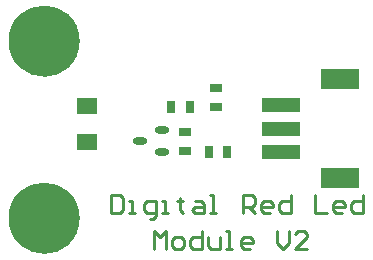
<source format=gts>
%FSLAX25Y25*%
%MOIN*%
G70*
G01*
G75*
G04 Layer_Color=8388736*
%ADD10R,0.06000X0.05000*%
%ADD11O,0.03937X0.01693*%
%ADD12R,0.11811X0.05906*%
%ADD13R,0.11811X0.03937*%
%ADD14R,0.03150X0.02362*%
%ADD15R,0.02362X0.03150*%
%ADD16C,0.01000*%
%ADD17C,0.03937*%
%ADD18C,0.23622*%
%ADD19C,0.00394*%
%ADD20C,0.00300*%
%ADD21C,0.05906*%
%ADD22R,0.06800X0.05800*%
%ADD23O,0.04737X0.02493*%
%ADD24R,0.12611X0.06706*%
%ADD25R,0.12611X0.04737*%
%ADD26R,0.03950X0.03162*%
%ADD27R,0.03162X0.03950*%
D16*
X36000Y21498D02*
Y15500D01*
X38999D01*
X39999Y16500D01*
Y20498D01*
X38999Y21498D01*
X36000D01*
X41998Y15500D02*
X43997D01*
X42998D01*
Y19499D01*
X41998D01*
X48996Y13501D02*
X49995D01*
X50995Y14500D01*
Y19499D01*
X47996D01*
X46996Y18499D01*
Y16500D01*
X47996Y15500D01*
X50995D01*
X52995D02*
X54994D01*
X53994D01*
Y19499D01*
X52995D01*
X58993Y20498D02*
Y19499D01*
X57993D01*
X59992D01*
X58993D01*
Y16500D01*
X59992Y15500D01*
X63991Y19499D02*
X65990D01*
X66990Y18499D01*
Y15500D01*
X63991D01*
X62991Y16500D01*
X63991Y17499D01*
X66990D01*
X68989Y15500D02*
X70989D01*
X69989D01*
Y21498D01*
X68989D01*
X79986Y15500D02*
Y21498D01*
X82985D01*
X83985Y20498D01*
Y18499D01*
X82985Y17499D01*
X79986D01*
X81985D02*
X83985Y15500D01*
X88983D02*
X86984D01*
X85984Y16500D01*
Y18499D01*
X86984Y19499D01*
X88983D01*
X89982Y18499D01*
Y17499D01*
X85984D01*
X95981Y21498D02*
Y15500D01*
X92982D01*
X91982Y16500D01*
Y18499D01*
X92982Y19499D01*
X95981D01*
X103978Y21498D02*
Y15500D01*
X107977D01*
X112975D02*
X110976D01*
X109976Y16500D01*
Y18499D01*
X110976Y19499D01*
X112975D01*
X113975Y18499D01*
Y17499D01*
X109976D01*
X119973Y21498D02*
Y15500D01*
X116974D01*
X115974Y16500D01*
Y18499D01*
X116974Y19499D01*
X119973D01*
X50500Y3500D02*
Y9498D01*
X52499Y7499D01*
X54499Y9498D01*
Y3500D01*
X57498D02*
X59497D01*
X60497Y4500D01*
Y6499D01*
X59497Y7499D01*
X57498D01*
X56498Y6499D01*
Y4500D01*
X57498Y3500D01*
X66495Y9498D02*
Y3500D01*
X63496D01*
X62496Y4500D01*
Y6499D01*
X63496Y7499D01*
X66495D01*
X68494D02*
Y4500D01*
X69494Y3500D01*
X72493D01*
Y7499D01*
X74492Y3500D02*
X76492D01*
X75492D01*
Y9498D01*
X74492D01*
X82490Y3500D02*
X80490D01*
X79491Y4500D01*
Y6499D01*
X80490Y7499D01*
X82490D01*
X83489Y6499D01*
Y5499D01*
X79491D01*
X91487Y9498D02*
Y5499D01*
X93486Y3500D01*
X95486Y5499D01*
Y9498D01*
X101484Y3500D02*
X97485D01*
X101484Y7499D01*
Y8498D01*
X100484Y9498D01*
X98484D01*
X97485Y8498D01*
D17*
X7516Y79098D02*
D03*
X20043D02*
D03*
X13780Y81693D02*
D03*
X4921Y72835D02*
D03*
X7516Y66571D02*
D03*
X13780Y63976D02*
D03*
X20043Y66571D02*
D03*
X22638Y72835D02*
D03*
X7516Y20043D02*
D03*
X20043D02*
D03*
X13780Y22638D02*
D03*
X4921Y13780D02*
D03*
X7516Y7516D02*
D03*
X13780Y4921D02*
D03*
X20043Y7516D02*
D03*
X22638Y13780D02*
D03*
D18*
X13780Y72835D02*
D03*
Y13780D02*
D03*
D21*
X22638Y72835D02*
G03*
X22638Y72835I-8858J0D01*
G01*
Y13780D02*
G03*
X22638Y13780I-8858J0D01*
G01*
D22*
X27953Y51370D02*
D03*
Y39370D02*
D03*
D23*
X45787Y39567D02*
D03*
X53150Y43307D02*
D03*
Y35827D02*
D03*
D24*
X112205Y27165D02*
D03*
Y60236D02*
D03*
D25*
X92520Y51575D02*
D03*
Y35827D02*
D03*
Y43701D02*
D03*
Y51575D02*
D03*
D26*
X70866Y57087D02*
D03*
Y50787D02*
D03*
X60630Y42520D02*
D03*
Y36220D02*
D03*
D27*
X74803Y35945D02*
D03*
X68504D02*
D03*
X55905Y50787D02*
D03*
X62205D02*
D03*
M02*

</source>
